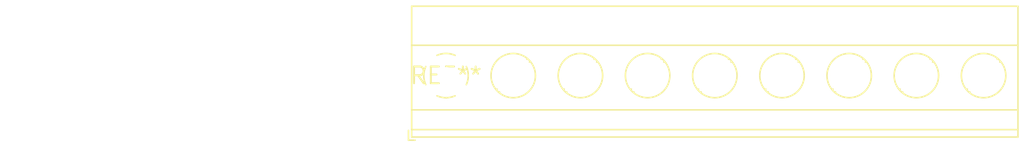
<source format=kicad_pcb>
(kicad_pcb (version 20240108) (generator pcbnew)
  (layers (0 "F.Cu" signal) (31 "B.Cu" signal) (34 "B.Paste" user) (35 "F.Paste" user) (36 "B.SilkS" user "B.Silkscreen") (37 "F.SilkS" user "F.Silkscreen") (38 "B.Mask" user) (39 "F.Mask" user) (44 "Edge.Cuts" user))
  (net 0 "")
  (footprint "TerminalBlock_Phoenix_MKDS-1,5-9-5.08_1x09_P5.08mm_Horizontal" (layer "F.Cu") (at 0 0)
    (property "Reference" "REF**")
    (property "Value" "TerminalBlock_Phoenix_MKDS-1,5-9-5.08_1x09_P5.08mm_Horizontal")
    (fp_line (start -2.84 4.16) (end -2.84 4.9) (layer "F.SilkS") (stroke (width 0.12)))
    (fp_line (start -2.84 4.9) (end -2.34 4.9) (layer "F.SilkS") (stroke (width 0.12)))
    (fp_line (start -2.6 -5.261) (end -2.6 4.66) (layer "F.SilkS") (stroke (width 0.12)))
    (fp_line (start -2.6 -5.261) (end 43.24 -5.261) (layer "F.SilkS") (stroke (width 0.12)))
    (fp_line (start -2.6 -2.301) (end 43.24 -2.301) (layer "F.SilkS") (stroke (width 0.12)))
    (fp_line (start -2.6 2.6) (end 43.24 2.6) (layer "F.SilkS") (stroke (width 0.12)))
    (fp_line (start -2.6 4.1) (end 43.24 4.1) (layer "F.SilkS") (stroke (width 0.12)))
    (fp_line (start -2.6 4.66) (end 43.24 4.66) (layer "F.SilkS") (stroke (width 0.12)))
    (fp_line (start 3.853 1.023) (end 3.806 1.069) (layer "F.SilkS") (stroke (width 0.12)))
    (fp_line (start 4.046 1.239) (end 4.011 1.274) (layer "F.SilkS") (stroke (width 0.12)))
    (fp_line (start 6.15 -1.275) (end 6.115 -1.239) (layer "F.SilkS") (stroke (width 0.12)))
    (fp_line (start 6.355 -1.069) (end 6.308 -1.023) (layer "F.SilkS") (stroke (width 0.12)))
    (fp_line (start 8.933 1.023) (end 8.886 1.069) (layer "F.SilkS") (stroke (width 0.12)))
    (fp_line (start 9.126 1.239) (end 9.091 1.274) (layer "F.SilkS") (stroke (width 0.12)))
    (fp_line (start 11.23 -1.275) (end 11.195 -1.239) (layer "F.SilkS") (stroke (width 0.12)))
    (fp_line (start 11.435 -1.069) (end 11.388 -1.023) (layer "F.SilkS") (stroke (width 0.12)))
    (fp_line (start 14.013 1.023) (end 13.966 1.069) (layer "F.SilkS") (stroke (width 0.12)))
    (fp_line (start 14.206 1.239) (end 14.171 1.274) (layer "F.SilkS") (stroke (width 0.12)))
    (fp_line (start 16.31 -1.275) (end 16.275 -1.239) (layer "F.SilkS") (stroke (width 0.12)))
    (fp_line (start 16.515 -1.069) (end 16.468 -1.023) (layer "F.SilkS") (stroke (width 0.12)))
    (fp_line (start 19.093 1.023) (end 19.046 1.069) (layer "F.SilkS") (stroke (width 0.12)))
    (fp_line (start 19.286 1.239) (end 19.251 1.274) (layer "F.SilkS") (stroke (width 0.12)))
    (fp_line (start 21.39 -1.275) (end 21.355 -1.239) (layer "F.SilkS") (stroke (width 0.12)))
    (fp_line (start 21.595 -1.069) (end 21.548 -1.023) (layer "F.SilkS") (stroke (width 0.12)))
    (fp_line (start 24.173 1.023) (end 24.126 1.069) (layer "F.SilkS") (stroke (width 0.12)))
    (fp_line (start 24.366 1.239) (end 24.331 1.274) (layer "F.SilkS") (stroke (width 0.12)))
    (fp_line (start 26.47 -1.275) (end 26.435 -1.239) (layer "F.SilkS") (stroke (width 0.12)))
    (fp_line (start 26.675 -1.069) (end 26.628 -1.023) (layer "F.SilkS") (stroke (width 0.12)))
    (fp_line (start 29.253 1.023) (end 29.206 1.069) (layer "F.SilkS") (stroke (width 0.12)))
    (fp_line (start 29.446 1.239) (end 29.411 1.274) (layer "F.SilkS") (stroke (width 0.12)))
    (fp_line (start 31.55 -1.275) (end 31.515 -1.239) (layer "F.SilkS") (stroke (width 0.12)))
    (fp_line (start 31.755 -1.069) (end 31.708 -1.023) (layer "F.SilkS") (stroke (width 0.12)))
    (fp_line (start 34.333 1.023) (end 34.286 1.069) (layer "F.SilkS") (stroke (width 0.12)))
    (fp_line (start 34.526 1.239) (end 34.491 1.274) (layer "F.SilkS") (stroke (width 0.12)))
    (fp_line (start 36.63 -1.275) (end 36.595 -1.239) (layer "F.SilkS") (stroke (width 0.12)))
    (fp_line (start 36.835 -1.069) (end 36.788 -1.023) (layer "F.SilkS") (stroke (width 0.12)))
    (fp_line (start 39.413 1.023) (end 39.366 1.069) (layer "F.SilkS") (stroke (width 0.12)))
    (fp_line (start 39.606 1.239) (end 39.571 1.274) (layer "F.SilkS") (stroke (width 0.12)))
    (fp_line (start 41.71 -1.275) (end 41.675 -1.239) (layer "F.SilkS") (stroke (width 0.12)))
    (fp_line (start 41.915 -1.069) (end 41.868 -1.023) (layer "F.SilkS") (stroke (width 0.12)))
    (fp_line (start 43.24 -5.261) (end 43.24 4.66) (layer "F.SilkS") (stroke (width 0.12)))
    (fp_arc (start -1.535427 0.683042) (mid -1.680501 -0.000524) (end -1.535 -0.684) (layer "F.SilkS") (stroke (width 0.12)))
    (fp_arc (start -0.683042 -1.535427) (mid 0.000524 -1.680501) (end 0.684 -1.535) (layer "F.SilkS") (stroke (width 0.12)))
    (fp_arc (start 0.028805 1.680253) (mid -0.335551 1.646659) (end -0.684 1.535) (layer "F.SilkS") (stroke (width 0.12)))
    (fp_arc (start 0.683318 1.534756) (mid 0.349292 1.643288) (end 0 1.68) (layer "F.SilkS") (stroke (width 0.12)))
    (fp_arc (start 1.535427 -0.683042) (mid 1.680501 0.000524) (end 1.535 0.684) (layer "F.SilkS") (stroke (width 0.12)))
    (fp_circle (center 5.08 0) (end 6.76 0) (layer "F.SilkS") (stroke (width 0.12)) (fill none))
    (fp_circle (center 10.16 0) (end 11.84 0) (layer "F.SilkS") (stroke (width 0.12)) (fill none))
    (fp_circle (center 15.24 0) (end 16.92 0) (layer "F.SilkS") (stroke (width 0.12)) (fill none))
    (fp_circle (center 20.32 0) (end 22 0) (layer "F.SilkS") (stroke (width 0.12)) (fill none))
    (fp_circle (center 25.4 0) (end 27.08 0) (layer "F.SilkS") (stroke (width 0.12)) (fill none))
    (fp_circle (center 30.48 0) (end 32.16 0) (layer "F.SilkS") (stroke (width 0.12)) (fill none))
    (fp_circle (center 35.56 0) (end 37.24 0) (layer "F.SilkS") (stroke (width 0.12)) (fill none))
    (fp_circle (center 40.64 0) (end 42.32 0) (layer "F.SilkS") (stroke (width 0.12)) (fill none))
    (pad "1" thru_hole rect (at 0 0) (size 2.6 2.6) (drill 1.3) (layers *.Cu *.Mask) (remove_unused_layers))
    (pad "2" thru_hole circle (at 5.08 0) (size 2.6 2.6) (drill 1.3) (layers *.Cu *.Mask) (remove_unused_layers))
    (pad "3" thru_hole circle (at 10.16 0) (size 2.6 2.6) (drill 1.3) (layers *.Cu *.Mask) (remove_unused_layers))
    (pad "4" thru_hole circle (at 15.24 0) (size 2.6 2.6) (drill 1.3) (layers *.Cu *.Mask) (remove_unused_layers))
    (pad "5" thru_hole circle (at 20.32 0) (size 2.6 2.6) (drill 1.3) (layers *.Cu *.Mask) (remove_unused_layers))
    (pad "6" thru_hole circle (at 25.4 0) (size 2.6 2.6) (drill 1.3) (layers *.Cu *.Mask) (remove_unused_layers))
    (pad "7" thru_hole circle (at 30.48 0) (size 2.6 2.6) (drill 1.3) (layers *.Cu *.Mask) (remove_unused_layers))
    (pad "8" thru_hole circle (at 35.56 0) (size 2.6 2.6) (drill 1.3) (layers *.Cu *.Mask) (remove_unused_layers))
    (pad "9" thru_hole circle (at 40.64 0) (size 2.6 2.6) (drill 1.3) (layers *.Cu *.Mask) (remove_unused_layers))
  )
)
</source>
